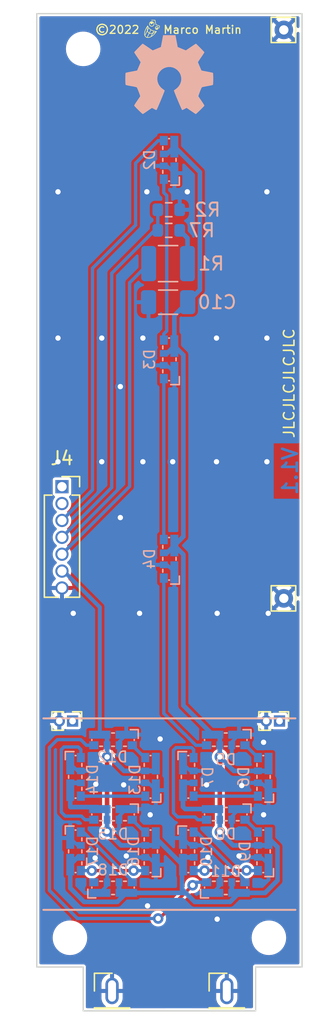
<source format=kicad_pcb>
(kicad_pcb (version 20211014) (generator pcbnew)
  (layers (0 "F.Cu" signal) (31 "B.Cu" signal) (34 "B.Paste" user) (35 "F.Paste" user) (36 "B.SilkS" user "B.Silkscreen") (37 "F.SilkS" user "F.Silkscreen") (38 "B.Mask" user) (39 "F.Mask" user) (44 "Edge.Cuts" user))
  (net 0 "")
  (net 1 "GND")
  (net 2 "+5V")
  (net 4 "GPIO14")
  (net 5 "Net-(D2-Pad4)")
  (net 6 "Net-(D10-Pad4)")
  (net 7 "Net-(D11-Pad4)")
  (net 8 "Net-(D7-Pad4)")
  (net 9 "Net-(D10-Pad2)")
  (net 10 "Net-(D14-Pad4)")
  (net 11 "Net-(D12-Pad4)")
  (net 12 "Net-(D13-Pad4)")
  (net 13 "Net-(D15-Pad4)")
  (net 14 "Net-(D16-Pad4)")
  (net 15 "Net-(D3-Pad4)")
  (net 16 "Net-(D5-Pad4)")
  (net 17 "Net-(D6-Pad4)")
  (net 18 "Net-(D8-Pad4)")
  (net 19 "Net-(D17-Pad4)")
  (net 20 "RX")
  (net 21 "TX")
  (net 22 "+3V3")
  (net 24 "ADC")
  (net 25 "Net-(R1-Pad2)")
  (net 27 "Net-(D4-Pad4)")
  (footprint "Connector_PinHeader_1.00mm:PinHeader_1x02_P1.00mm_Vertical" (layer "F.Cu") (at 32.7 83.2 -90)
    (fp_text reference "SW1" hide)
    (fp_text value "Reset")
  )
  (footprint "Connector_PinHeader_1.00mm:PinHeader_1x02_P1.00mm_Vertical" (layer "F.Cu") (at 48.3 83.2 -90)
    (fp_text reference "SW2" hide)
    (fp_text value "Flash")
  )
  (footprint "MountingHole:MountingHole_2.1mm" (layer "F.Cu") (at 32.5 99.5)
    (fp_text reference "REF**" hide)
    (fp_text value "MountingHole_2.1mm" hide)
  )
  (footprint "MountingHole:MountingHole_2.1mm" (layer "F.Cu") (at 47.5 99.5)
    (fp_text reference "REF**" hide)
    (fp_text value "MountingHole_2.1mm" hide)
  )
  (footprint "Connector_PinSocket_1.27mm:PinSocket_1x07_P1.27mm_Vertical" (layer "F.Cu") (at 31.9 65.575)
    (fp_text reference "J4")
    (fp_text value "Conn_01x08")
  )
  (footprint "MountingHole:MountingHole_2.1mm" (layer "F.Cu") (at 33.5 32.65)
    (fp_text reference "REF**" hide)
    (fp_text value "MountingHole_2.1mm" hide)
  )
  (footprint "Connector_PinHeader_2.54mm:PinHeader_1x01_P2.54mm_Vertical" (layer "F.Cu") (at 44.325 103.5)
    (fp_text reference "REF**" hide)
    (fp_text value "PinHeader_1x01_P2.54mm_Vertical" hide)
  )
  (footprint "Connector_Pin:Pin_D0.7mm_L6.5mm_W1.8mm_FlatFork" (layer "F.Cu") (at 48.625 31.225)
    (fp_text reference "J3" hide)
    (fp_text value "Conn_01x01_Male" hide)
  )
  (footprint "Connector_Pin:Pin_D0.7mm_L6.5mm_W1.8mm_FlatFork" (layer "F.Cu") (at 48.625 73.975)
    (fp_text reference "J2" hide)
    (fp_text value "Conn_01x01_Male" hide)
  )
  (footprint "Connector_PinHeader_2.54mm:PinHeader_1x01_P2.54mm_Vertical" (layer "F.Cu") (at 35.675 103.5)
    (fp_text reference "REF**" hide)
    (fp_text value "PinHeader_1x01_P2.54mm_Vertical" hide)
  )
  (footprint "espriktning:SK6812D-EC3210R" (layer "B.Cu") (at 40 41 90)
    (fp_text reference "D2")
    (fp_text value "SK6812")
  )
  (footprint "espriktning:SK6812D-EC3210R" (layer "B.Cu") (at 40 56 90)
    (fp_text reference "D3")
    (fp_text value "SK6812")
  )
  (footprint "espriktning:SK6812D-EC3210R" (layer "B.Cu") (at 40 71 90)
    (fp_text reference "D4")
    (fp_text value "SK6812")
  )
  (footprint "espriktning:SK6812D-EC3210R" (layer "B.Cu") (at 44.25 84.6 180)
    (fp_text reference "D5")
    (fp_text value "SK6812")
  )
  (footprint "espriktning:SK6812D-EC3210R" (layer "B.Cu") (at 47.1 87.4 90)
    (fp_text reference "D6")
    (fp_text value "SK6812")
  )
  (footprint "espriktning:SK6812D-EC3210R" (layer "B.Cu") (at 41.4 87.4 -90)
    (fp_text reference "D7")
    (fp_text value "SK6812")
  )
  (footprint "espriktning:SK6812D-EC3210R" (layer "B.Cu") (at 44.25 90.2 180)
    (fp_text reference "D8")
    (fp_text value "SK6812")
  )
  (footprint "espriktning:SK6812D-EC3210R" (layer "B.Cu") (at 47.1 93 90)
    (fp_text reference "D9")
    (fp_text value "SK6812")
  )
  (footprint "espriktning:SK6812D-EC3210R" (layer "B.Cu") (at 41.4 93 -90)
    (fp_text reference "D10")
    (fp_text value "SK6812")
  )
  (footprint "espriktning:SK6812D-EC3210R" (layer "B.Cu") (at 44.25 95.75)
    (fp_text reference "D11")
    (fp_text value "SK6812")
  )
  (footprint "espriktning:SK6812D-EC3210R" (layer "B.Cu") (at 35.75 84.6 180)
    (fp_text reference "D12")
    (fp_text value "SK6812")
  )
  (footprint "espriktning:SK6812D-EC3210R" (layer "B.Cu") (at 38.6 87.4 90)
    (fp_text reference "D13")
    (fp_text value "SK6812")
  )
  (footprint "espriktning:SK6812D-EC3210R" (layer "B.Cu") (at 32.9 87.4 -90)
    (fp_text reference "D14")
    (fp_text value "SK6812")
  )
  (footprint "espriktning:SK6812D-EC3210R" (layer "B.Cu") (at 35.75 90.2 180)
    (fp_text reference "D15")
    (fp_text value "SK6812")
  )
  (footprint "espriktning:SK6812D-EC3210R" (layer "B.Cu") (at 38.6 93 90)
    (fp_text reference "D16")
    (fp_text value "SK6812")
  )
  (footprint "espriktning:SK6812D-EC3210R" (layer "B.Cu") (at 32.9 93 -90)
    (fp_text reference "D17")
    (fp_text value "SK6812")
  )
  (footprint "espriktning:SK6812D-EC3210R" (layer "B.Cu") (at 35.75 95.75)
    (fp_text reference "D18")
    (fp_text value "SK6812")
  )
  (footprint "Resistor_SMD:R_0603_1608Metric" (layer "B.Cu") (at 39.95 46.3 180)
    (fp_text reference "R7")
    (fp_text value "12k")
  )
  (footprint "Symbol:OSHW-Symbol_6.7x6mm_SilkScreen" (layer "B.Cu") (at 40 34.6 180)
    (fp_text reference "REF**" hide)
    (fp_text value "OSHW-Symbol_6.7x6mm_SilkScreen" hide)
  )
  (footprint "Resistor_SMD:R_1210_3225Metric" (layer "B.Cu") (at 39.9 48.8)
    (fp_text reference "R1")
    (fp_text value "GT36528")
  )
  (footprint "Capacitor_SMD:C_1206_3216Metric" (layer "B.Cu") (at 39.9 51.7 180)
    (fp_text reference "C10")
    (fp_text value "10u")
  )
  (footprint "Resistor_SMD:R_0603_1608Metric" (layer "B.Cu") (at 39.95 44.75)
    (fp_text reference "R2")
    (fp_text value "12k")
  )
  (gr_line (start 30.5 83) (end 49.5 83) (layer "B.SilkS") (width 0.15))
  (gr_line (start 30.5 97.4) (end 49.5 97.4) (layer "B.SilkS") (width 0.15))
  (gr_line (start 39.077889 30.97625) (end 39.082922 30.977953) (layer "F.SilkS") (width 0.045155))
  (gr_line (start 38.570702 30.631891) (end 38.577758 30.627368) (layer "F.SilkS") (width 0.045155))
  (gr_line (start 38.421562 31.035774) (end 38.435849 31.056413) (layer "F.SilkS") (width 0.045155))
  (gr_line (start 38.667933 30.602191) (end 38.667933 30.602191) (layer "F.SilkS") (width 0.045155))
  (gr_line (start 38.13357 31.425056) (end 38.145937 31.364655) (layer "F.SilkS") (width 0.045155))
  (gr_line (start 38.969071 31.156316) (end 38.965484 31.152553) (layer "F.SilkS") (width 0.045155))
  (gr_line (start 38.499453 31.130985) (end 38.516947 31.147686) (layer "F.SilkS") (width 0.045155))
  (gr_line (start 38.790901 30.653126) (end 38.796659 30.659166) (layer "F.SilkS") (width 0.045155))
  (gr_line (start 38.422695 31.433409) (end 38.403462 31.414155) (layer "F.SilkS") (width 0.045155))
  (gr_line (start 38.127121 31.481294) (end 38.13357 31.425056) (layer "F.SilkS") (width 0.045155))
  (gr_line (start 38.650152 30.9491) (end 38.641449 30.947994) (layer "F.SilkS") (width 0.045155))
  (gr_line (start 38.563884 30.63674) (end 38.570702 30.631891) (layer "F.SilkS") (width 0.045155))
  (gr_line (start 38.943914 31.116961) (end 38.942211 31.111928) (layer "F.SilkS") (width 0.045155))
  (gr_line (start 38.497562 30.741047) (end 38.499504 30.732633) (layer "F.SilkS") (width 0.045155))
  (gr_line (start 39.013459 31.183175) (end 39.008425 31.181472) (layer "F.SilkS") (width 0.045155))
  (gr_line (start 39.153448 31.068636) (end 39.153866 31.074138) (layer "F.SilkS") (width 0.045155))
  (gr_line (start 38.499504 30.819556) (end 38.497562 30.811142) (layer "F.SilkS") (width 0.045155))
  (gr_line (start 38.676882 30.602418) (end 38.685713 30.603089) (layer "F.SilkS") (width 0.045155))
  (gr_line (start 38.958863 31.14453) (end 38.955842 31.140283) (layer "F.SilkS") (width 0.045155))
  (gr_line (start 38.937341 31.079713) (end 38.937341 31.079713) (layer "F.SilkS") (width 0.045155))
  (gr_line (start 38.807288 30.672045) (end 38.812136 30.678864) (layer "F.SilkS") (width 0.045155))
  (gr_line (start 38.17389 31.696803) (end 38.15493 31.662769) (layer "F.SilkS") (width 0.045155))
  (gr_line (start 38.494927 30.758314) (end 38.496033 30.749611) (layer "F.SilkS") (width 0.045155))
  (gr_line (start 38.608139 30.939445) (end 38.600242 30.936332) (layer "F.SilkS") (width 0.045155))
  (gr_line (start 38.403462 31.414155) (end 38.386188 31.391977) (layer "F.SilkS") (width 0.045155))
  (gr_line (start 38.634962 31.232409) (end 38.656766 31.24405) (layer "F.SilkS") (width 0.045155))
  (gr_line (start 39.022867 31.340568) (end 39.022867 31.340568) (layer "F.SilkS") (width 0.045155))
  (gr_line (start 38.910257 30.491007) (end 38.910257 30.491007) (layer "F.SilkS") (width 0.045155))
  (gr_line (start 38.608139 30.612744) (end 38.616219 30.61001) (layer "F.SilkS") (width 0.045155))
  (gr_line (start 38.496033 30.802578) (end 38.494927 30.793875) (layer "F.SilkS") (width 0.045155))
  (gr_line (start 39.003506 30.979893) (end 39.008425 30.977953) (layer "F.SilkS") (width 0.045155))
  (gr_line (start 38.58504 30.62318) (end 38.592538 30.61934) (layer "F.SilkS") (width 0.045155))
  (gr_line (start 38.557314 30.910287) (end 38.551004 30.904821) (layer "F.SilkS") (width 0.045155))
  (gr_line (start 38.676882 30.949772) (end 38.667933 30.949998) (layer "F.SilkS") (width 0.045155))
  (gr_line (start 38.15493 31.662769) (end 38.140495 31.624108) (layer "F.SilkS") (width 0.045155))
  (gr_line (start 38.82817 30.708404) (end 38.831284 30.716301) (layer "F.SilkS") (width 0.045155))
  (gr_line (start 38.528578 30.880144) (end 38.523729 30.873326) (layer "F.SilkS") (width 0.045155))
  (gr_line (start 38.544964 30.653126) (end 38.551004 30.647368) (layer "F.SilkS") (width 0.045155))
  (gr_line (start 39.012889 31.346269) (end 38.941962 31.388092) (layer "F.SilkS") (width 0.045155))
  (gr_line (start 38.743327 30.61934) (end 38.750825 30.62318) (layer "F.SilkS") (width 0.045155))
  (gr_line (start 38.85237 31.313615) (end 38.906994 31.324858) (layer "F.SilkS") (width 0.045155))
  (gr_line (start 39.013459 30.97625) (end 39.0186 30.97479) (layer "F.SilkS") (width 0.045155))
  (gr_line (start 39.135505 31.140283) (end 39.132485 31.14453) (layer "F.SilkS") (width 0.045155))
  (gr_line (start 38.836361 30.732633) (end 38.838303 30.741047) (layer "F.SilkS") (width 0.045155))
  (gr_line (start 39.149137 31.111928) (end 39.147433 31.116961) (layer "F.SilkS") (width 0.045155))
  (gr_line (start 38.802125 30.665476) (end 38.807288 30.672045) (layer "F.SilkS") (width 0.045155))
  (gr_line (start 38.758215 31.635336) (end 38.705194 31.67585) (layer "F.SilkS") (width 0.045155))
  (gr_line (start 38.945854 31.121881) (end 38.943914 31.116961) (layer "F.SilkS") (width 0.045155))
  (gr_line (start 38.994036 30.984455) (end 38.998707 30.982062) (layer "F.SilkS") (width 0.045155))
  (gr_line (start 38.409862 31.797667) (end 38.36704 31.798628) (layer "F.SilkS") (width 0.045155))
  (gr_line (start 39.092641 30.982062) (end 39.097312 30.984455) (layer "F.SilkS") (width 0.045155))
  (gr_line (start 38.632885 30.946465) (end 38.624472 30.944523) (layer "F.SilkS") (width 0.045155))
  (gr_line (start 38.260165 31.083296) (end 38.306306 31.003481) (layer "F.SilkS") (width 0.045155))
  (gr_line (start 39.045674 31.188046) (end 39.045674 31.188046) (layer "F.SilkS") (width 0.045155))
  (gr_line (start 38.941962 31.388092) (end 38.870888 31.423777) (layer "F.SilkS") (width 0.045155))
  (gr_line (start 38.33183 31.099991) (end 38.337178 31.048014) (layer "F.SilkS") (width 0.045155))
  (gr_line (start 38.698383 31.482083) (end 38.665657 31.487828) (layer "F.SilkS") (width 0.045155))
  (gr_line (start 39.040099 30.97152) (end 39.045674 30.97138) (layer "F.SilkS") (width 0.045155))
  (gr_line (start 38.224266 31.750617) (end 38.197095 31.726117) (layer "F.SilkS") (width 0.045155))
  (gr_line (start 38.989499 31.172362) (end 38.985104 31.169544) (layer "F.SilkS") (width 0.045155))
  (gr_line (start 39.138323 31.023538) (end 39.140932 31.028075) (layer "F.SilkS") (width 0.045155))
  (gr_line (start 39.122277 31.156316) (end 39.118515 31.159903) (layer "F.SilkS") (width 0.045155))
  (gr_line (start 38.338901 31.272471) (end 38.333086 31.23451) (layer "F.SilkS") (width 0.045155))
  (gr_line (start 38.650152 30.603089) (end 38.658984 30.602418) (layer "F.SilkS") (width 0.045155))
  (gr_line (start 39.256638 30.928616) (end 39.238108 31.088265) (layer "F.SilkS") (width 0.045155))
  (gr_line (start 38.989499 30.987063) (end 38.994036 30.984455) (layer "F.SilkS") (width 0.045155))
  (gr_line (start 39.087842 31.179532) (end 39.082922 31.181472) (layer "F.SilkS") (width 0.045155))
  (gr_line (start 38.940751 31.106787) (end 38.939542 31.101546) (layer "F.SilkS") (width 0.045155))
  (gr_line (start 38.980856 30.992901) (end 38.985104 30.989881) (layer "F.SilkS") (width 0.045155))
  (gr_line (start 38.824687 30.851489) (end 38.820847 30.858987) (layer "F.SilkS") (width 0.045155))
  (gr_line (start 39.05675 31.187487) (end 39.051249 31.187905) (layer "F.SilkS") (width 0.045155))
  (gr_line (start 38.955842 31.019143) (end 38.958863 31.014895) (layer "F.SilkS") (width 0.045155))
  (gr_line (start 39.125864 31.152553) (end 39.122277 31.156316) (layer "F.SilkS") (width 0.045155))
  (gr_line (start 38.550971 31.762185) (end 38.502106 31.779539) (layer "F.SilkS") (width 0.045155))
  (gr_line (start 38.164502 31.300186) (end 38.189542 31.231741) (layer "F.SilkS") (width 0.045155))
  (gr_line (start 38.515019 30.693202) (end 38.519206 30.685919) (layer "F.SilkS") (width 0.045155))
  (gr_line (start 39.106244 30.989881) (end 39.110491 30.992901) (layer "F.SilkS") (width 0.045155))
  (gr_line (start 39.143324 31.12668) (end 39.140932 31.131351) (layer "F.SilkS") (width 0.045155))
  (gr_line (start 39.114584 31.163308) (end 39.110491 31.166524) (layer "F.SilkS") (width 0.045155))
  (gr_line (start 38.9379 31.068636) (end 38.938589 31.063215) (layer "F.SilkS") (width 0.045155))
  (gr_line (start 39.023841 31.185845) (end 39.0186 31.184635) (layer "F.SilkS") (width 0.045155))
  (gr_line (start 38.435849 31.056413) (end 38.450785 31.076243) (layer "F.SilkS") (width 0.045155))
  (gr_line (start 39.029176 31.186798) (end 39.023841 31.185845) (layer "F.SilkS") (width 0.045155))
  (gr_line (start 38.771982 30.915449) (end 38.765164 30.920298) (layer "F.SilkS") (width 0.045155))
  (gr_line (start 38.511178 30.851489) (end 38.507696 30.843786) (layer "F.SilkS") (width 0.045155))
  (gr_line (start 38.34723 31.30712) (end 38.338901 31.272471) (layer "F.SilkS") (width 0.045155))
  (gr_line (start 39.077889 31.183175) (end 39.072748 31.184635) (layer "F.SilkS") (width 0.045155))
  (gr_line (start 38.812136 30.678864) (end 38.816659 30.685919) (layer "F.SilkS") (width 0.045155))
  (gr_line (start 38.58504 30.929009) (end 38.577758 30.924821) (layer "F.SilkS") (width 0.045155))
  (gr_line (start 38.84161 30.785044) (end 38.840938 30.793875) (layer "F.SilkS") (width 0.045155))
  (gr_line (start 38.386188 31.391977) (end 38.370984 31.366796) (layer "F.SilkS") (width 0.045155))
  (gr_line (start 39.110491 31.166524) (end 39.106244 31.169544) (layer "F.SilkS") (width 0.045155))
  (gr_line (start 38.831284 30.716301) (end 38.834018 30.724381) (layer "F.SilkS") (width 0.045155))
  (gr_line (start 39.092641 31.177363) (end 39.087842 31.179532) (layer "F.SilkS") (width 0.045155))
  (gr_line (start 38.727727 30.939445) (end 38.719646 30.942179) (layer "F.SilkS") (width 0.045155))
  (gr_line (start 39.101848 30.987063) (end 39.106244 30.989881) (layer "F.SilkS") (width 0.045155))
  (gr_line (start 38.819029 31.312059) (end 38.608064 31.733989) (layer "F.SilkS") (width 0.045155))
  (gr_line (start 38.577758 30.924821) (end 38.570702 30.920298) (layer "F.SilkS") (width 0.045155))
  (gr_line (start 38.834018 30.724381) (end 38.836361 30.732633) (layer "F.SilkS") (width 0.045155))
  (gr_line (start 39.023841 30.97358) (end 39.029176 30.972628) (layer "F.SilkS") (width 0.045155))
  (gr_line (start 39.067507 30.97358) (end 39.072748 30.97479) (layer "F.SilkS") (width 0.045155))
  (gr_line (start 38.655104 30.488156) (end 38.910257 30.491007) (layer "F.SilkS") (width 0.045155))
  (gr_line (start 38.942211 31.111928) (end 38.940751 31.106787) (layer "F.SilkS") (width 0.045155))
  (gr_line (start 38.980856 31.166524) (end 38.976764 31.163308) (layer "F.SilkS") (width 0.045155))
  (gr_line (start 38.326791 31.79431) (end 38.289393 31.784807) (layer "F.SilkS") (width 0.045155))
  (gr_line (start 38.950416 31.131351) (end 38.948023 31.12668) (layer "F.SilkS") (width 0.045155))
  (gr_line (start 38.963838 31.333813) (end 39.022867 31.340568) (layer "F.SilkS") (width 0.045155))
  (gr_line (start 38.725749 31.274938) (end 38.74992 31.283925) (layer "F.SilkS") (width 0.045155))
  (gr_line (start 38.758108 30.924821) (end 38.750825 30.929009) (layer "F.SilkS") (width 0.045155))
  (gr_line (start 39.153448 31.090789) (end 39.152759 31.096211) (layer "F.SilkS") (width 0.045155))
  (gr_line (start 38.641449 30.947994) (end 38.632885 30.946465) (layer "F.SilkS") (width 0.045155))
  (gr_line (start 38.802125 30.886713) (end 38.796659 30.893023) (layer "F.SilkS") (width 0.045155))
  (gr_line (start 38.750825 30.929009) (end 38.743327 30.932849) (layer "F.SilkS") (width 0.045155))
  (gr_line (start 38.370984 31.366796) (end 38.357961 31.338536) (layer "F.SilkS") (width 0.045155))
  (gr_line (start 38.834018 30.827808) (end 38.831284 30.835888) (layer "F.SilkS") (width 0.045155))
  (gr_line (start 38.836361 30.819556) (end 38.834018 30.827808) (layer "F.SilkS") (width 0.045155))
  (gr_line (start 39.154007 31.079713) (end 39.153866 31.085287) (layer "F.SilkS") (width 0.045155))
  (gr_line (start 38.945854 31.037544) (end 38.948023 31.032746) (layer "F.SilkS") (width 0.045155))
  (gr_line (start 38.507696 30.708404) (end 38.511178 30.7007) (layer "F.SilkS") (width 0.045155))
  (gr_line (start 38.796659 30.893023) (end 38.790901 30.899063) (layer "F.SilkS") (width 0.045155))
  (gr_line (start 38.937341 31.079713) (end 38.937482 31.074138) (layer "F.SilkS") (width 0.045155))
  (gr_line (start 39.05675 30.971939) (end 39.062172 30.972628) (layer "F.SilkS") (width 0.045155))
  (gr_line (start 38.735624 30.615857) (end 38.743327 30.61934) (layer "F.SilkS") (width 0.045155))
  (gr_line (start 38.517 31.482723) (end 38.49104 31.474395) (layer "F.SilkS") (width 0.045155))
  (gr_line (start 39.143324 31.032746) (end 39.145494 31.037544) (layer "F.SilkS") (width 0.045155))
  (gr_line (start 38.221337 31.159413) (end 38.260165 31.083296) (layer "F.SilkS") (width 0.045155))
  (gr_line (start 38.743327 30.932849) (end 38.735624 30.936332) (layer "F.SilkS") (width 0.045155))
  (gr_line (start 38.652794 31.710434) (end 38.601294 31.739181) (layer "F.SilkS") (width 0.045155))
  (gr_line (start 38.731849 31.474263) (end 38.698383 31.482083) (layer "F.SilkS") (width 0.045155))
  (gr_line (start 38.998707 30.982062) (end 39.003506 30.979893) (layer "F.SilkS") (width 0.045155))
  (gr_line (start 38.976764 30.996118) (end 38.980856 30.992901) (layer "F.SilkS") (width 0.045155))
  (gr_line (start 38.658984 30.602418) (end 38.667933 30.602191) (layer "F.SilkS") (width 0.045155))
  (gr_line (start 38.633782 31.49142) (end 38.602867 31.492783) (layer "F.SilkS") (width 0.045155))
  (gr_line (start 39.129269 31.148623) (end 39.125864 31.152553) (layer "F.SilkS") (width 0.045155))
  (gr_line (start 38.937482 31.085287) (end 38.937341 31.079713) (layer "F.SilkS") (width 0.045155))
  (gr_line (start 39.118515 31.159903) (end 39.114584 31.163308) (layer "F.SilkS") (width 0.045155))
  (gr_line (start 39.045674 30.97138) (end 39.045674 30.97138) (layer "F.SilkS") (width 0.045155))
  (gr_line (start 38.800555 31.452707) (end 38.765943 31.464445) (layer "F.SilkS") (width 0.045155))
  (gr_line (start 38.950416 31.028075) (end 38.953024 31.023538) (layer "F.SilkS") (width 0.045155))
  (gr_line (start 39.097312 30.984455) (end 39.101848 30.987063) (layer "F.SilkS") (width 0.045155))
  (gr_line (start 39.132485 31.14453) (end 39.129269 31.148623) (layer "F.SilkS") (width 0.045155))
  (gr_line (start 38.70298 30.946465) (end 38.694416 30.947994) (layer "F.SilkS") (width 0.045155))
  (gr_line (start 38.955842 31.140283) (end 38.953024 31.135887) (layer "F.SilkS") (width 0.045155))
  (gr_line (start 38.357961 31.338536) (end 38.34723 31.30712) (layer "F.SilkS") (width 0.045155))
  (gr_line (start 38.74992 31.283925) (end 38.8 31.3) (layer "F.SilkS") (width 0.045155))
  (gr_line (start 38.466367 31.095274) (end 38.482591 31.113518) (layer "F.SilkS") (width 0.045155))
  (gr_line (start 38.667933 30.949998) (end 38.658984 30.949772) (layer "F.SilkS") (width 0.045155))
  (gr_line (start 38.551004 30.904821) (end 38.544964 30.899063) (layer "F.SilkS") (width 0.045155))
  (gr_line (start 38.758108 30.627368) (end 38.765164 30.631891) (layer "F.SilkS") (width 0.045155))
  (gr_line (start 39.101848 31.172362) (end 39.097312 31.174971) (layer "F.SilkS") (width 0.045155))
  (gr_line (start 38.840938 30.793875) (end 38.839832 30.802578) (layer "F.SilkS") (width 0.045155))
  (gr_line (start 39.034597 31.187487) (end 39.029176 31.186798) (layer "F.SilkS") (width 0.045155))
  (gr_line (start 38.255126 31.770212) (end 38.224266 31.750617) (layer "F.SilkS") (width 0.045155))
  (gr_line (start 38.938589 31.063215) (end 38.939542 31.05788) (layer "F.SilkS") (width 0.045155))
  (gr_line (start 39.153866 31.074138) (end 39.154007 31.079713) (layer "F.SilkS") (width 0.045155))
  (gr_line (start 38.985104 30.989881) (end 38.989499 30.987063) (layer "F.SilkS") (width 0.045155))
  (gr_line (start 38.711394 30.944523) (end 38.70298 30.946465) (layer "F.SilkS") (width 0.045155))
  (gr_line (start 38.679168 31.255011) (end 38.702163 31.265304) (layer "F.SilkS") (width 0.045155))
  (gr_line (start 38.962079 31.010803) (end 38.965484 31.006872) (layer "F.SilkS") (width 0.045155))
  (gr_line (start 39.051249 31.187905) (end 39.045674 31.188046) (layer "F.SilkS") (width 0.045155))
  (gr_line (start 39.0186 30.97479) (end 39.023841 30.97358) (layer "F.SilkS") (width 0.045155))
  (gr_line (start 38.702163 31.265304) (end 38.725749 31.274938) (layer "F.SilkS") (width 0.045155))
  (gr_line (start 38.906994 31.324858) (end 38.963838 31.333813) (layer "F.SilkS") (width 0.045155))
  (gr_line (start 38.360038 30.920064) (end 38.360038 30.920064) (layer "F.SilkS") (width 0.045155))
  (gr_line (start 38.958863 31.014895) (end 38.962079 31.010803) (layer "F.SilkS") (width 0.045155))
  (gr_line (start 39.051249 30.97152) (end 39.05675 30.971939) (layer "F.SilkS") (width 0.045155))
  (gr_line (start 38.632885 30.605724) (end 38.641449 30.604195) (layer "F.SilkS") (width 0.045155))
  (gr_line (start 38.557314 30.641902) (end 38.563884 30.63674) (layer "F.SilkS") (width 0.045155))
  (gr_line (start 38.840938 30.758314) (end 38.84161 30.767146) (layer "F.SilkS") (width 0.045155))
  (gr_line (start 38.515019 30.858987) (end 38.511178 30.851489) (layer "F.SilkS") (width 0.045155))
  (gr_line (start 39.045674 30.97138) (end 39.051249 30.97152) (layer "F.SilkS") (width 0.045155))
  (gr_line (start 38.494927 30.793875) (end 38.494256 30.785044) (layer "F.SilkS") (width 0.045155))
  (gr_line (start 38.553817 31.178833) (end 38.573184 31.1933) (layer "F.SilkS") (width 0.045155))
  (gr_line (start 38.439863 31.069735) (end 38.151924 31.634208) (layer "F.SilkS") (width 0.045155))
  (gr_line (start 38.450785 31.076243) (end 38.466367 31.095274) (layer "F.SilkS") (width 0.045155))
  (gr_line (start 38.494256 30.767146) (end 38.494927 30.758314) (layer "F.SilkS") (width 0.045155))
  (gr_line (start 38.841836 30.776095) (end 38.841836 30.776095) (layer "F.SilkS") (width 0.045155))
  (gr_line (start 38.523729 30.873326) (end 38.519206 30.86627) (layer "F.SilkS") (width 0.045155))
  (gr_line (start 38.502106 31.779539) (end 38.454976 31.791335) (layer "F.SilkS") (width 0.045155))
  (gr_line (start 38.727727 30.612744) (end 38.735624 30.615857) (layer "F.SilkS") (width 0.045155))
  (gr_line (start 38.969071 31.00311) (end 38.972833 30.999522) (layer "F.SilkS") (width 0.045155))
  (gr_line (start 39.067507 31.185845) (end 39.062172 31.186798) (layer "F.SilkS") (width 0.045155))
  (gr_line (start 38.140495 31.624108) (end 38.130862 31.580914) (layer "F.SilkS") (width 0.045155))
  (gr_line (start 38.765943 31.464445) (end 38.731849 31.474263) (layer "F.SilkS") (width 0.045155))
  (gr_line (start 38.939542 31.101546) (end 38.938589 31.096211) (layer "F.SilkS") (width 0.045155))
  (gr_line (start 38.494029 30.776095) (end 38.494029 30.776095) (layer "F.SilkS") (width 0.045155))
  (gr_line (start 38.778551 30.641902) (end 38.784861 30.647368) (layer "F.SilkS") (width 0.045155))
  (gr_line (start 39.150596 31.052638) (end 39.151806 31.05788) (layer "F.SilkS") (width 0.045155))
  (gr_line (start 38.511178 30.7007) (end 38.515019 30.693202) (layer "F.SilkS") (width 0.045155))
  (gr_line (start 39.008425 30.977953) (end 39.013459 30.97625) (layer "F.SilkS") (width 0.045155))
  (gr_line (start 38.918211 31.477287) (end 38.865002 31.536148) (layer "F.SilkS") (width 0.045155))
  (gr_line (start 38.504582 30.716301) (end 38.507696 30.708404) (layer "F.SilkS") (width 0.045155))
  (gr_line (start 38.454976 31.791335) (end 38.409862 31.797667) (layer "F.SilkS") (width 0.045155))
  (gr_line (start 38.811577 31.5888) (end 38.758215 31.635336) (layer "F.SilkS") (width 0.045155))
  (gr_line (start 38.994036 31.174971) (end 38.989499 31.172362) (layer "F.SilkS") (width 0.045155))
  (gr_line (start 38.624472 30.944523) (end 38.616219 30.942179) (layer "F.SilkS") (width 0.045155))
  (gr_line (start 39.062172 30.972628) (end 39.067507 30.97358) (layer "F.SilkS") (width 0.045155))
  (gr_line (start 39.029176 30.972628) (end 39.034597 30.971939) (layer "F.SilkS") (width 0.045155))
  (gr_line (start 38.360038 30.920064) (end 38.371008 30.944911) (layer "F.SilkS") (width 0.045155))
  (gr_line (start 38.765164 30.920298) (end 38.758108 30.924821) (layer "F.SilkS") (width 0.045155))
  (gr_line (start 39.256638 30.928616) (end 39.256638 30.928616) (layer "F.SilkS") (width 0.045155))
  (gr_line (start 38.53374 30.886713) (end 38.528578 30.880144) (layer "F.SilkS") (width 0.045155))
  (gr_line (start 38.685713 30.603089) (end 38.694416 30.604195) (layer "F.SilkS") (width 0.045155))
  (gr_line (start 39.153866 31.085287) (end 39.153448 31.090789) (layer "F.SilkS") (width 0.045155))
  (gr_line (start 39.118515 30.999522) (end 39.122277 31.00311) (layer "F.SilkS") (width 0.045155))
  (gr_line (start 38.394959 30.992026) (end 38.407931 31.014315) (layer "F.SilkS") (width 0.045155))
  (gr_line (start 38.831284 30.835888) (end 38.82817 30.843786) (layer "F.SilkS") (width 0.045155))
  (gr_line (start 38.494029 30.776095) (end 38.494256 30.767146) (layer "F.SilkS") (width 0.045155))
  (gr_line (start 39.135505 31.019143) (end 39.138323 31.023538) (layer "F.SilkS") (width 0.045155))
  (gr_line (start 38.443776 31.449816) (end 38.422695 31.433409) (layer "F.SilkS") (width 0.045155))
  (gr_line (start 38.602363 31.226533) (end 38.314424 31.791006) (layer "F.SilkS") (width 0.045155))
  (gr_line (start 38.482591 31.113518) (end 38.499453 31.130985) (layer "F.SilkS") (width 0.045155))
  (gr_line (start 39.145494 31.037544) (end 39.147433 31.042464) (layer "F.SilkS") (width 0.045155))
  (gr_line (start 38.528578 30.672045) (end 38.53374 30.665476) (layer "F.SilkS") (width 0.045155))
  (gr_line (start 38.600242 30.615857) (end 38.608139 30.612744) (layer "F.SilkS") (width 0.045155))
  (gr_line (start 39.154007 31.079713) (end 39.154007 31.079713) (layer "F.SilkS") (width 0.045155))
  (gr_line (start 38.577758 30.627368) (end 38.58504 30.62318) (layer "F.SilkS") (width 0.045155))
  (gr_line (start 38.694416 30.604195) (end 38.70298 30.605724) (layer "F.SilkS") (width 0.045155))
  (gr_line (start 38.289393 31.784807) (end 38.255126 31.770212) (layer "F.SilkS") (width 0.045155))
  (gr_line (start 38.656766 31.24405) (end 38.679168 31.255011) (layer "F.SilkS") (width 0.045155))
  (gr_line (start 38.965484 31.006872) (end 38.969071 31.00311) (layer "F.SilkS") (width 0.045155))
  (gr_line (start 38.838303 30.741047) (end 38.839832 30.749611) (layer "F.SilkS") (width 0.045155))
  (gr_line (start 39.150596 31.106787) (end 39.149137 31.111928) (layer "F.SilkS") (width 0.045155))
  (gr_line (start 38.962079 31.148623) (end 38.958863 31.14453) (layer "F.SilkS") (width 0.045155))
  (gr_poly (pts (xy 38.736354 30.687717) (xy 38.73625 30.691825) (xy 38.735942 30.695879) (xy 38.735434 30.699874) (xy 38.734732 30.703805) (xy 38.733841 30.707667) (xy 38.732765 30.711455) (xy 38.73151 30.715164) (xy 38.730081 30.718789) (xy 38.728482 30.722325) (xy 38.726719 30.725767) (xy 38.724797 30.729109) (xy 38.722721 30.732348) (xy 38.720495 30.735478) (xy 38.718126 30.738493) (xy 38.715617 30.74139) (xy 38.712974 30.744162) (xy 38.710201 30.746805) (xy 38.707305 30.749314) (xy 38.70429 30.751684) (xy 38.70116 30.753909) (xy 38.697921 30.755985) (xy 38.694578 30.757908) (xy 38.691136 30.75967) (xy 38.687601 30.761269) (xy 38.683976 30.762698) (xy 38.680267 30.763953) (xy 38.676479 30.765029) (xy 38.672617 30.76592) (xy 38.668686 30.766622) (xy 38.664691 30.76713) (xy 38.660637 30.767438) (xy 38.656529 30.767542) (xy 38.652422 30.767438) (xy 38.648368 30.76713) (xy 38.644373 30.766622) (xy 38.640442 30.76592) (xy 38.63658 30.765029) (xy 38.632792 30.763953) (xy 38.629083 30.762698) (xy 38.625458 30.761269) (xy 38.621922 30.75967) (xy 38.61848 30.757908) (xy 38.615137 30.755985) (xy 38.611899 30.753909) (xy 38.608769 30.751684) (xy 38.605754 30.749314) (xy 38.602857 30.746805) (xy 38.600085 30.744162) (xy 38.597442 30.74139) (xy 38.594933 30.738493) (xy 38.592563 30.735478) (xy 38.590338 30.732348) (xy 38.588261 30.729109) (xy 38.586339 30.725767) (xy 38.584576 30.722325) (xy 38.582978 30.718789) (xy 38.581549 30.715164) (xy 38.580294 30.711455) (xy 38.579218 30.707667) (xy 38.578327 30.703805) (xy 38.577625 30.699874) (xy 38.577117 30.695879) (xy 38.576809 30.691825) (xy 38.576705 30.687717) (xy 38.576809 30.68361) (xy 38.577117 30.679556) (xy 38.577625 30.675561) (xy 38.578327 30.67163) (xy 38.579218 30.667768) (xy 38.580294 30.66398) (xy 38.581549 30.660271) (xy 38.582978 30.656646) (xy 38.584576 30.65311) (xy 38.586339 30.649668) (xy 38.588261 30.646326) (xy 38.590338 30.643087) (xy 38.592563 30.639957) (xy 38.594933 30.636942) (xy 38.597442 30.634045) (xy 38.600085 30.631273) (xy 38.602857 30.62863) (xy 38.605754 30.626121) (xy 38.608769 30.623751) (xy 38.611899 30.621526) (xy 38.615137 30.619449) (xy 38.61848 30.617527) (xy 38.621922 30.615765) (xy 38.625458 30.614166) (xy 38.629083 30.612737) (xy 38.632792 30.611482) (xy 38.63658 30.610406) (xy 38.640442 30.609515) (xy 38.644373 30.608813) (xy 38.648368 30.608305) (xy 38.652422 30.607997) (xy 38.656529 30.607893) (xy 38.660637 30.607997) (xy 38.664691 30.608305) (xy 38.668686 30.608813) (xy 38.672617 30.609515) (xy 38.676479 30.610406) (xy 38.680267 30.611482) (xy 38.683976 30.612737) (xy 38.687601 30.614166) (xy 38.691136 30.615765) (xy 38.694578 30.617527) (xy 38.697921 30.619449) (xy 38.70116 30.621526) (xy 38.70429 30.623751) (xy 38.707305 30.626121) (xy 38.710201 30.62863) (xy 38.712974 30.631273) (xy 38.715617 30.634045) (xy 38.718126 30.636942) (xy 38.720495 30.639957) (xy 38.722721 30.643087) (xy 38.724797 30.646326) (xy 38.726719 30.649668) (xy 38.728482 30.65311) (xy 38.730081 30.656646) (xy 38.73151 30.660271) (xy 38.732765 30.66398) (xy 38.733841 30.667768) (xy 38.734732 30.67163) (xy 38.735434 30.675561) (xy 38.735942 30.679556) (xy 38.73625 30.68361) (xy 38.736354 30.687717)) (layer "F.SilkS") (width 0.045155) (fill solid))
  (gr_line (start 39.022867 31.340568) (end 38.970926 31.412125) (layer "F.SilkS") (width 0.045155))
  (gr_line (start 38.570702 30.920298) (end 38.563884 30.915449) (layer "F.SilkS") (width 0.045155))
  (gr_line (start 38.82817 30.843786) (end 38.824687 30.851489) (layer "F.SilkS") (width 0.045155))
  (gr_line (start 39.062172 31.186798) (end 39.05675 31.187487) (layer "F.SilkS") (width 0.045155))
  (gr_line (start 38.816659 30.685919) (end 38.820847 30.693202) (layer "F.SilkS") (width 0.045155))
  (gr_line (start 38.665657 31.487828) (end 38.633782 31.49142) (layer "F.SilkS") (width 0.045155))
  (gr_line (start 38.551004 30.647368) (end 38.557314 30.641902) (layer "F.SilkS") (width 0.045155))
  (gr_line (start 38.306306 31.003481) (end 38.360038 30.920064) (layer "F.SilkS") (width 0.045155))
  (gr_line (start 38.519206 30.685919) (end 38.523729 30.678864) (layer "F.SilkS") (width 0.045155))
  (gr_line (start 39.110491 30.992901) (end 39.114584 30.996118) (layer "F.SilkS") (width 0.045155))
  (gr_line (start 38.838303 30.811142) (end 38.836361 30.819556) (layer "F.SilkS") (width 0.045155))
  (gr_line (start 39.082922 30.977953) (end 39.087842 30.979893) (layer "F.SilkS") (width 0.045155))
  (gr_line (start 38.616219 30.61001) (end 38.624472 30.607666) (layer "F.SilkS") (width 0.045155))
  (gr_line (start 38.667933 30.949998) (end 38.667933 30.949998) (layer "F.SilkS") (width 0.045155))
  (gr_line (start 38.820847 30.693202) (end 38.824687 30.7007) (layer "F.SilkS") (width 0.045155))
  (gr_line (start 39.125864 31.006872) (end 39.129269 31.010803) (layer "F.SilkS") (width 0.045155))
  (gr_line (start 38.943914 31.042464) (end 38.945854 31.037544) (layer "F.SilkS") (width 0.045155))
  (gr_line (start 38.494256 30.785044) (end 38.494029 30.776095) (layer "F.SilkS") (width 0.045155))
  (gr_line (start 38.539206 30.893023) (end 38.53374 30.886713) (layer "F.SilkS") (width 0.045155))
  (gr_line (start 38.972833 31.159903) (end 38.969071 31.156316) (layer "F.SilkS") (width 0.045155))
  (gr_line (start 38.816659 30.86627) (end 38.812136 30.873326) (layer "F.SilkS") (width 0.045155))
  (gr_line (start 38.778551 30.910287) (end 38.771982 30.915449) (layer "F.SilkS") (width 0.045155))
  (gr_line (start 38.953024 31.135887) (end 38.950416 31.131351) (layer "F.SilkS") (width 0.045155))
  (gr_line (start 38.750825 30.62318) (end 38.758108 30.627368) (layer "F.SilkS") (width 0.045155))
  (gr_line (start 38.812136 30.873326) (end 38.807288 30.880144) (layer "F.SilkS") (width 0.045155))
  (gr_line (start 38.865002 31.536148) (end 38.811577 31.5888) (layer "F.SilkS") (width 0.045155))
  (gr_line (start 38.719646 30.61001) (end 38.727727 30.612744) (layer "F.SilkS") (width 0.045155))
  (gr_line (start 39.149137 31.047498) (end 39.150596 31.052638) (layer "F.SilkS") (width 0.045155))
  (gr_line (start 38.382649 30.968894) (end 38.394959 30.992026) (layer "F.SilkS") (width 0.045155))
  (gr_poly (pts (xy 39.003051 31.134767) (xy 39.003116 31.132208) (xy 39.003308 31.129683) (xy 39.003624 31.127194) (xy 39.004061 31.124746) (xy 39.004616 31.12234) (xy 39.005286 31.11998) (xy 39.006068 31.11767) (xy 39.006959 31.115411) (xy 39.007954 31.113209) (xy 39.009053 31.111065) (xy 39.01025 31.108982) (xy 39.011543 31.106965) (xy 39.01293 31.105015) (xy 39.014406 31.103137) (xy 39.015969 31.101332) (xy 39.017615 31.099605) (xy 39.019342 31.097959) (xy 39.021147 31.096396) (xy 39.023025 31.09492) (xy 39.024975 31.093533) (xy 39.026992 31.09224) (xy 39.029075 31.091042) (xy 39.031219 31.089944) (xy 39.033422 31.088948) (xy 39.03568 31.088058) (xy 39.03799 31.087276) (xy 39.04035 31.086606) (xy 39.042756 31.086051) (xy 39.045205 31.085614) (xy 39.047693 31.085297) (xy 39.050219 31.085105) (xy 39.052777 31.085041) (xy 39.055336 31.085105) (xy 39.057862 31.085297) (xy 39.06035 31.085614) (xy 39.062799 31.086051) (xy 39.065205 31.086606) (xy 39.067565 31.087276) (xy 39.069875 31.088058) (xy 39.072133 31.088948) (xy 39.074336 31.089944) (xy 39.07648 31.091042) (xy 39.078563 31.09224) (xy 39.08058 31.093533) (xy 39.08253 31.09492) (xy 39.084408 31.096396) (xy 39.086213 31.097959) (xy 39.08794 31.099605) (xy 39.089586 31.101332) (xy 39.091149 31.103137) (xy 39.092625 31.105015) (xy 39.094012 31.106965) (xy 39.095305 31.108982) (xy 39.096502 31.111065) (xy 39.097601 31.113209) (xy 39.098596 31.115411) (xy 39.099487 31.11767) (xy 39.100269 31.11998) (xy 39.100939 31.12234) (xy 39.101494 31.124746) (xy 39.101931 31.127194) (xy 39.102247 31.129683) (xy 39.102439 31.132208) (xy 39.102504 31.134767) (xy 39.102439 31.137326) (xy 39.102247 31.139852) (xy 39.101931 31.14234) (xy 39.101494 31.144789) (xy 39.100939 31.147195) (xy 39.100269 31.149554) (xy 39.099487 31.151865) (xy 39.098596 31.154123) (xy 39.097601 31.156326) (xy 39.096502 31.15847) (xy 39.095305 31.160552) (xy 39.094012 31.16257) (xy 39.092625 31.16452) (xy 39.091149 31.166398) (xy 39.089586 31.168202) (xy 39.08794 31.169929) (xy 39.086213 31.171576) (xy 39.084408 31.173139) (xy 39.08253 31.174615) (xy 39.08058 31.176001) (xy 39.078563 31.177295) (xy 39.07648 31.178492) (xy 39.074336 31.17959) (xy 39.072133 31.180586) (xy 39.069875 31.181477) (xy 39.067565 31.182258) (xy 39.065205 31.182928) (xy 39.062799 31.183484) (xy 39.06035 31.183921) (xy 39.057862 31.184237) (xy 39.055336 31.184429) (xy 39.052777 31.184494) (xy 39.050219 31.184429) (xy 39.047693 31.184237) (xy 39.045205 31.183921) (xy 39.042756 31.183484) (xy 39.04035 31.182928) (xy 39.03799 31.182258) (xy 39.03568 31.181477) (xy 39.033422 31.180586) (xy 39.031219 31.17959) (xy 39.029075 31.178492) (xy 39.026992 31.177295) (xy 39.024975 31.176001) (xy 39.023025 31.174615) (xy 39.021147 31.173139) (xy 39.019342 31.171576) (xy 39.017615 31.169929) (xy 39.015969 31.168202) (xy 39.014406 31.166398) (xy 39.01293 31.16452) (xy 39.011543 31.16257) (xy 39.01025 31.160552) (xy 39.009053 31.15847) (xy 39.007954 31.156326) (xy 39.006959 31.154123) (xy 39.006068 31.151865) (xy 39.005286 31.149554) (xy 39.004616 31.147195) (xy 39.004061 31.144789) (xy 39.003624 31.14234) (xy 39.003308 31.139852) (xy 39.003116 31.137326) (xy 39.003051 31.134767)) (layer "F.SilkS") (width 0.045155) (fill solid))
  (gr_line (start 38.497562 30.811142) (end 38.496033 30.802578) (layer "F.SilkS") (width 0.045155))
  (gr_line (start 38.501848 30.724381) (end 38.504582 30.716301) (layer "F.SilkS") (width 0.045155))
  (gr_line (start 38.613761 31.220078) (end 38.634962 31.232409) (layer "F.SilkS") (width 0.045155))
  (gr_line (start 38.953024 31.023538) (end 38.955842 31.019143) (layer "F.SilkS") (width 0.045155))
  (gr_line (start 39.034597 30.971939) (end 39.040099 30.97152) (layer "F.SilkS") (width 0.045155))
  (gr_line (start 38.145937 31.364655) (end 38.164502 31.300186) (layer "F.SilkS") (width 0.045155))
  (gr_line (start 38.970926 31.412125) (end 38.918211 31.477287) (layer "F.SilkS") (width 0.045155))
  (gr_line (start 38.719646 30.942179) (end 38.711394 30.944523) (layer "F.SilkS") (width 0.045155))
  (gr_line (start 38.735624 30.936332) (end 38.727727 30.939445) (layer "F.SilkS") (width 0.045155))
  (gr_line (start 38.593167 31.207045) (end 38.613761 31.220078) (layer "F.SilkS") (width 0.045155))
  (gr_line (start 38.36704 31.798628) (end 38.326791 31.79431) (layer "F.SilkS") (width 0.045155))
  (gr_line (start 38.407931 31.014315) (end 38.421562 31.035774) (layer "F.SilkS") (width 0.045155))
  (gr_line (start 38.49104 31.474395) (end 38.466595 31.463452) (layer "F.SilkS") (width 0.045155))
  (gr_line (start 39.008425 31.181472) (end 39.003506 31.179532) (layer "F.SilkS") (width 0.045155))
  (gr_line (start 39.132485 31.014895) (end 39.135505 31.019143) (layer "F.SilkS") (width 0.045155))
  (gr_line (start 38.507696 30.843786) (end 38.504582 30.835888) (layer "F.SilkS") (width 0.045155))
  (gr_line (start 38.839832 30.749611) (end 38.840938 30.758314) (layer "F.SilkS") (width 0.045155))
  (gr_line (start 38.501848 30.827808) (end 38.499504 30.819556) (layer "F.SilkS") (width 0.045155))
  (gr_line (start 39.152759 31.096211) (end 39.151806 31.101546) (layer "F.SilkS") (width 0.045155))
  (gr_line (start 39.082922 31.181472) (end 39.077889 31.183175) (layer "F.SilkS") (width 0.045155))
  (gr_line (start 38.602867 31.492783) (end 38.573025 31.491839) (layer "F.SilkS") (width 0.045155))
  (gr_line (start 38.130862 31.580914) (end 38.126311 31.533278) (layer "F.SilkS") (width 0.045155))
  (gr_line (start 38.658984 30.949772) (end 38.650152 30.9491) (layer "F.SilkS") (width 0.045155))
  (gr_line (start 38.624472 30.607666) (end 38.632885 30.605724) (layer "F.SilkS") (width 0.045155))
  (gr_line (start 39.151806 31.05788) (end 39.152759 31.063215) (layer "F.SilkS") (width 0.045155))
  (gr_line (start 38.544964 30.899063) (end 38.539206 30.893023) (layer "F.SilkS") (width 0.045155))
  (gr_line (start 38.910257 30.491007) (end 38.985805 30.830261) (layer "F.SilkS") (width 0.045155))
  (gr_line (start 38.600242 30.936332) (end 38.592538 30.932849) (layer "F.SilkS") (width 0.045155))
  (gr_line (start 38.641449 30.604195) (end 38.650152 30.603089) (layer "F.SilkS") (width 0.045155))
  (gr_line (start 38.694416 30.947994) (end 38.685713 30.9491) (layer "F.SilkS") (width 0.045155))
  (gr_line (start 38.937482 31.074138) (end 38.9379 31.068636) (layer "F.SilkS") (width 0.045155))
  (gr_line (start 38.939542 31.05788) (end 38.940751 31.052638) (layer "F.SilkS") (width 0.045155))
  (gr_line (start 39.140932 31.131351) (end 39.138323 31.135887) (layer "F.SilkS") (width 0.045155))
  (gr_line (start 38.544366 31.488512) (end 38.517 31.482723) (layer "F.SilkS") (width 0.045155))
  (gr_line (start 38.466595 31.463452) (end 38.443776 31.449816) (layer "F.SilkS") (width 0.045155))
  (gr_line (start 38.711394 30.607666) (end 38.719646 30.61001) (layer "F.SilkS") (width 0.045155))
  (gr_line (start 38.53507 31.163632) (end 38.553817 31.178833) (layer "F.SilkS") (width 0.045155))
  (gr_line (start 38.771982 30.63674) (end 38.778551 30.641902) (layer "F.SilkS") (width 0.045155))
  (gr_line (start 38.937341 31.079713) (end 38.937341 31.079713) (layer "F.SilkS") (width 0.045155))
  (gr_line (start 38.84161 30.767146) (end 38.841836 30.776095) (layer "F.SilkS") (width 0.045155))
  (gr_line (start 38.70298 30.605724) (end 38.711394 30.607666) (layer "F.SilkS") (width 0.045155))
  (gr_line (start 38.870888 31.423777) (end 38.800555 31.452707) (layer "F.SilkS") (width 0.045155))
  (gr_line (start 38.189542 31.231741) (end 38.221337 31.159413) (layer "F.SilkS") (width 0.045155))
  (gr_line (start 38.948023 31.12668) (end 38.945854 31.121881) (layer "F.SilkS") (width 0.045155))
  (gr_line (start 39.140932 31.028075) (end 39.143324 31.032746) (layer "F.SilkS") (width 0.045155))
  (gr_line (start 38.998707 31.177363) (end 38.994036 31.174971) (layer "F.SilkS") (width 0.045155))
  (gr_line (start 39.087842 30.979893) (end 39.092641 30.982062) (layer "F.SilkS") (width 0.045155))
  (gr_line (start 38.126311 31.533278) (end 38.127121 31.481294) (layer "F.SilkS") (width 0.045155))
  (gr_line (start 39.145494 31.121881) (end 39.143324 31.12668) (layer "F.SilkS") (width 0.045155))
  (gr_line (start 38.942211 31.047498) (end 38.943914 31.042464) (layer "F.SilkS") (width 0.045155))
  (gr_line (start 38.839832 30.802578) (end 38.838303 30.811142) (layer "F.SilkS") (width 0.045155))
  (gr_line (start 38.333086 31.23451) (end 38.329895 31.193161) (layer "F.SilkS") (width 0.045155))
  (gr_line (start 38.504582 30.835888) (end 38.501848 30.827808) (layer "F.SilkS") (width 0.045155))
  (gr_line (start 38.523729 30.678864) (end 38.528578 30.672045) (layer "F.SilkS") (width 0.045155))
  (gr_line (start 38.539206 30.659166) (end 38.544964 30.653126) (layer "F.SilkS") (width 0.045155))
  (gr_line (start 39.003506 31.179532) (end 38.998707 31.177363) (layer "F.SilkS") (width 0.045155))
  (gr_line (start 39.147433 31.042464) (end 39.149137 31.047498) (layer "F.SilkS") (width 0.045155))
  (gr_line (start 39.072748 31.184635) (end 39.067507 31.185845) (layer "F.SilkS") (width 0.045155))
  (gr_line (start 38.592538 30.61934) (end 38.600242 30.615857) (layer "F.SilkS") (width 0.045155))
  (gr_line (start 38.371008 30.944911) (end 38.382649 30.968894) (layer "F.SilkS") (width 0.045155))
  (gr_line (start 38.938589 31.096211) (end 38.9379 31.090789) (layer "F.SilkS") (width 0.045155))
  (gr_line (start 38.360038 30.920064) (end 38.360038 30.920064) (layer "F.SilkS") (width 0.045155))
  (gr_line (start 38.841836 30.776095) (end 38.84161 30.785044) (layer "F.SilkS") (width 0.045155))
  (gr_line (start 39.106244 31.169544) (end 39.101848 31.172362) (layer "F.SilkS") (width 0.045155))
  (gr_line (start 38.965484 31.152553) (end 38.962079 31.148623) (layer "F.SilkS") (width 0.045155))
  (gr_line (start 39.114584 30.996118) (end 39.118515 30.999522) (layer "F.SilkS") (width 0.045155))
  (gr_line (start 38.705194 31.67585) (end 38.652794 31.710434) (layer "F.SilkS") (width 0.045155))
  (gr_line (start 38.796659 30.659166) (end 38.802125 30.665476) (layer "F.SilkS") (width 0.045155))
  (gr_line (start 38.345593 30.99234) (end 38.357187 30.932892) (layer "F.SilkS") (width 0.045155))
  (gr_line (start 38.573184 31.1933) (end 38.593167 31.207045) (layer "F.SilkS") (width 0.045155))
  (gr_line (start 38.824687 30.7007) (end 38.82817 30.708404) (layer "F.SilkS") (width 0.045155))
  (gr_line (start 38.519206 30.86627) (end 38.515019 30.858987) (layer "F.SilkS") (width 0.045155))
  (gr_line (start 38.790901 30.899063) (end 38.784861 30.904821) (layer "F.SilkS") (width 0.045155))
  (gr_line (start 39.129269 31.010803) (end 39.132485 31.014895) (layer "F.SilkS") (width 0.045155))
  (gr_line (start 38.8 31.3) (end 38.85237 31.313615) (layer "F.SilkS") (width 0.045155))
  (gr_line (start 38.9379 31.090789) (end 38.937482 31.085287) (layer "F.SilkS") (width 0.045155))
  (gr_line (start 38.499504 30.732633) (end 38.501848 30.724381) (layer "F.SilkS") (width 0.045155))
  (gr_line (start 38.940751 31.052638) (end 38.942211 31.047498) (layer "F.SilkS") (width 0.045155))
  (gr_line (start 38.337178 31.048014) (end 38.345593 30.99234) (layer "F.SilkS") (width 0.045155))
  (gr_line (start 39.0186 31.184635) (end 39.013459 31.183175) (layer "F.SilkS") (width 0.045155))
  (gr_line (start 38.496033 30.749611) (end 38.497562 30.741047) (layer "F.SilkS") (width 0.045155))
  (gr_line (start 38.329895 31.193161) (end 38.32944 31.148347) (layer "F.SilkS") (width 0.045155))
  (gr_line (start 39.040099 31.187905) (end 39.034597 31.187487) (layer "F.SilkS") (width 0.045155))
  (gr_line (start 39.151806 31.101546) (end 39.150596 31.106787) (layer "F.SilkS") (width 0.045155))
  (gr_line (start 39.097312 31.174971) (end 39.092641 31.177363) (layer "F.SilkS") (width 0.045155))
  (gr_line (start 38.592538 30.932849) (end 38.58504 30.929009) (layer "F.SilkS") (width 0.045155))
  (gr_line (start 38.976764 31.163308) (end 38.972833 31.159903) (layer "F.SilkS") (width 0.045155))
  (gr_line (start 38.784861 30.904821) (end 38.778551 30.910287) (layer "F.SilkS") (width 0.045155))
  (gr_line (start 38.807288 30.880144) (end 38.802125 30.886713) (layer "F.SilkS") (width 0.045155))
  (gr_line (start 38.784861 30.647368) (end 38.790901 30.653126) (layer "F.SilkS") (width 0.045155))
  (gr_line (start 38.985104 31.169544) (end 38.980856 31.166524) (layer "F.SilkS") (width 0.045155))
  (gr_line (start 38.197095 31.726117) (end 38.17389 31.696803) (layer "F.SilkS") (width 0.045155))
  (gr_line (start 39.045674 31.188046) (end 39.040099 31.187905) (layer "F.SilkS") (width 0.045155))
  (gr_line (start 38.616219 30.942179) (end 38.608139 30.939445) (layer "F.SilkS") (width 0.045155))
  (gr_line (start 39.072748 30.97479) (end 39.077889 30.97625) (layer "F.SilkS") (width 0.045155))
  (gr_line (start 38.32944 31.148347) (end 38.33183 31.099991) (layer "F.SilkS") (width 0.045155))
  (gr_line (start 38.516947 31.147686) (end 38.53507 31.163632) (layer "F.SilkS") (width 0.045155))
  (gr_line (start 38.765164 30.631891) (end 38.771982 30.63674) (layer "F.SilkS") (width 0.045155))
  (gr_line (start 39.122277 31.00311) (end 39.125864 31.006872) (layer "F.SilkS") (width 0.045155))
  (gr_line (start 38.948023 31.032746) (end 38.950416 31.028075) (layer "F.SilkS") (width 0.045155))
  (gr_line (start 38.53374 30.665476) (end 38.539206 30.659166) (layer "F.SilkS") (width 0.045155))
  (gr_line (start 38.667933 30.602191) (end 38.676882 30.602418) (layer "F.SilkS") (width 0.045155))
  (gr_line (start 38.820847 30.858987) (end 38.816659 30.86627) (layer "F.SilkS") (width 0.045155))
  (gr_line (start 38.573025 31.491839) (end 38.544366 31.488512) (layer "F.SilkS") (width 0.045155))
  (gr_line (start 38.563884 30.915449) (end 38.557314 30.910287) (layer "F.SilkS") (width 0.045155))
  (gr_line (start 38.685713 30.9491) (end 38.676882 30.949772) (layer "F.SilkS") (width 0.045155))
  (gr_line (start 39.138323 31.135887) (end 39.135505 31.140283) (layer "F.SilkS") (width 0.045155))
  (gr_line (start 39.147433 31.116961) (end 39.145494 31.121881) (layer "F.SilkS") (width 0.045155))
  (gr_line (start 38.841836 30.776095) (end 38.841836 30.776095) (layer "F.SilkS") (width 0.045155))
  (gr_line (start 39.152759 31.063215) (end 39.153448 31.068636) (layer "F.SilkS") (width 0.045155))
  (gr_line (start 38.601294 31.739181) (end 38.550971 31.762185) (layer "F.SilkS") (width 0.045155))
  (gr_line (start 38.985805 30.830261) (end 38.985805 30.830261) (layer "F.SilkS") (width 0.045155))
  (gr_line (start 38.985805 30.830261) (end 39.256638 30.928616) (layer "F.SilkS") (width 0.045155))
  (gr_line (start 38.972833 30.999522) (end 38.976764 30.996118) (layer "F.SilkS") (width 0.045155))
  (gr_line (start 46.5 105) (end 46.5 101.7) (layer "Edge.Cuts") (width 0.1))
  (gr_line (start 50 101.7) (end 46.5 101.7) (layer "Edge.Cuts") (width 0.1))
  (gr_line (start 50 30) (end 50 101.7) (layer "Edge.Cuts") (width 0.1))
  (gr_line (start 30 101.7) (end 30 30) (layer "Edge.Cuts") (width 0.1))
  (gr_line (start 30 30) (end 50 30) (layer "Edge.Cuts") (width 0.1))
  (gr_line (start 33.5 101.7) (end 30 101.7) (layer "Edge.Cuts") (width 0.1))
  (gr_line (start 33.5 105) (end 33.5 101.7) (layer "Edge.Cuts") (width 0.1))
  (gr_line (start 46.5 105) (end 33.5 105) (layer "Edge.Cuts") (width 0.1))
  (gr_text "V1.1" (at 49.1 64.4 90) (layer "B.Cu") (effects (font (size 1.1 1.1) (thickness 0.2)) (justify mirror)))
  (gr_text "JLCJLCJLCJLC" (at 49.025 57.8 90) (layer "F.SilkS") (effects (font (size 0.8 0.8) (thickness 0.12))))
  (gr_text "©2022    Marco Martin" (at 39.92817 31.208404) (layer "F.SilkS") (effects (font (size 0.6 0.6) (thickness 0.1))))
  (segment (start 42 102.5) (end 42 103.749022) (width 0.35) (layer "F.Cu") (net 0))
  (segment (start 41.349022 104.4) (end 40 104.4) (width 0.35) (layer "F.Cu") (net 0))
  (segment (start 42 103.749022) (end 41.349022 104.4) (width 0.35) (layer "F.Cu") (net 0))
  (via (at 47.45 75.1) (size 0.8) (drill 0.4) (layers "F.Cu" "B.Cu") (net 1))
  (via (at 47.35 63.7) (size 0.8) (drill 0.4) (layers "F.Cu" "B.Cu") (net 1))
  (via (at 36.3 67.9) (size 0.8) (drill 0.4) (layers "F.Cu" "B.Cu") (net 1))
  (via (at 32.75 75.1) (size 0.8) (drill 0.4) (layers "F.Cu" "B.Cu") (net 1))
  (via (at 36.3 58.05) (size 0.8) (drill 0.4) (layers "F.Cu" "B.Cu") (net 1))
  (via (at 36.55 88) (size 0.8) (drill 0.4) (layers "F.Cu" "B.Cu") (net 1))
  (via (at 42.8 88) (size 0.8) (drill 0.4) (layers "F.Cu" "B.Cu") (net 1))
  (via (at 31.6 43.4) (size 0.8) (drill 0.4) (layers "F.Cu" "B.Cu") (net 1))
  (via (at 43.55 54.4) (size 0.8) (drill 0.4) (layers "F.Cu" "B.Cu") (net 1))
  (via (at 36.75 93.35) (size 0.8) (drill 0.4) (layers "F.Cu" "B.Cu") (net 1))
  (via (at 38.3 43.4) (size 0.8) (drill 0.4) (layers "F.Cu" "B.Cu") (net 1))
  (via (at 47.1 90.25) (size 0.8) (drill 0.4) (layers "F.Cu" "B.Cu") (net 1))
  (via (at 42.9 93.45) (size 0.8) (drill 0.4) (layers "F.Cu" "B.Cu") (net 1))
  (via (at 45.45 88.05) (size 0.8) (drill 0.4) (layers "F.Cu" "B.Cu") (net 1))
  (via (at 40.25 63.7) (size 0.8) (drill 0.4) (layers "F.Cu" "B.Cu") (net 1))
  (via (at 34.45 87.95) (size 0.8) (drill 0.4) (layers "F.Cu" "B.Cu") (net 1))
  (via (at 43.55 63.7) (size 0.8) (drill 0.4) (layers "F.Cu" "B.Cu") (net 1))
  (via (at 38.35 97.1) (size 0.8) (drill 0.4) (layers "F.Cu" "B.Cu") (net 1))
  (via (at 45.25 93.35) (size 0.8) (drill 0.4) (layers "F.Cu" "B.Cu") (net 1))
  (via (at 34.9 54.4) (size 0.8) (drill 0.4) (layers "F.Cu" "B.Cu") (net 1))
  (via (at 41.35 43.4) (size 0.8) (drill 0.4) (layers "F.Cu" "B.Cu") (net 1))
  (via (at 34.9 63.7) (size 0.8) (drill 0.4) (layers "F.Cu" "B.Cu") (net 1))
  (via (at 34.4 93.5) (size 0.8) (drill 0.4) (layers "F.Cu" "B.Cu") (net 1))
  (via (at 38.55 90.25) (size 0.8) (drill 0.4) (layers "F.Cu" "B.Cu") (net 1))
  (via (at 39.3 84.55) (size 0.8) (drill 0.4) (layers "F.Cu" "B.Cu") (net 1))
  (via (at 47.1 84.8) (size 0.8) (drill 0.4) (layers "F.Cu" "B.Cu") (net 1))
  (via (at 43.6 75.1) (size 0.8) (drill 0.4) (layers "F.Cu" "B.Cu") (net 1))
  (via (at 38 63.7) (size 0.8) (drill 0.4) (layers "F.Cu" "B.Cu") (net 1))
  (via (at 47.35 54.4) (size 0.8) (drill 0.4) (layers "F.Cu" "B.Cu") (net 1))
  (via (at 47.35 43.4) (size 0.8) (drill 0.4) (layers "F.Cu" "B.Cu") (net 1))
  (via (at 38 54.4) (size 0.8) (drill 0.4) (layers "F.Cu" "B.Cu") (net 1))
  (via (at 37.75 75.1) (size 0.8) (drill 0.4) (layers "F.Cu" "B.Cu") (net 1))
  (via (at 31.6 63.7) (size 0.8) (drill 0.4) (layers "F.Cu" "B.Cu") (net 1))
  (via (at 31.6 54.4) (size 0.8) (drill 0.4) (layers "F.Cu" "B.Cu") (net 1))
  (via (at 43.6 98.1) (size 0.8) (drill 0.4) (layers "F.Cu" "B.Cu") (net 1))
  (segment (start 35.3 95.575) (end 34.75 96.125) (width 0.25) (layer "B.Cu") (net 1))
  (segment (start 38.175 93.45) (end 38.425 93.45) (width 0.25) (layer "B.Cu") (net 1))
  (segment (start 33.075 92.55) (end 32.525 92) (width 0.25) (layer "B.Cu") (net 1))
  (segment (start 38.425 87.85) (end 38.975 88.4) (width 0.25) (layer "B.Cu") (net 1))
  (segment (start 39.825 41.45) (end 40.375 42) (width 0.25) (layer "B.Cu") (net 1))
  (segment (start 44.7 85.025) (end 44.7 84.775) (width 0.25) (layer "B.Cu") (net 1))
  (segment (start 36.2 90.375) (end 36.75 89.825) (width 0.25) (layer "B.Cu") (net 1))
  (segment (start 36.2 84.775) (end 36.2 85.025) (width 0.25) (layer "B.Cu") (net 1))
  (segment (start 39.575 56.45) (end 39.825 56.45) (width 0.25) (layer "B.Cu") (net 1))
  (segment (start 39.825 56.45) (end 40.375 57) (width 0.25) (layer "B.Cu") (net 1))
  (segment (start 44.7 90.375) (end 45.25 89.825) (width 0.25) (layer "B.Cu") (net 1))
  (segment (start 39.825 71.45) (end 40.375 72) (width 0.25) (layer "B.Cu") (net 1))
  (segment (start 46.675 87.85) (end 46.925 87.85) (width 0.25) (layer "B.Cu") (net 1))
  (segment (start 41.575 92.55) (end 41.025 92) (width 0.25) (layer "B.Cu") (net 1))
  (segment (start 33.325 86.95) (end 33.075 86.95) (width 0.25) (layer "B.Cu") (net 1))
  (segment (start 35.3 95.325) (end 35.3 95.575) (width 0.25) (layer "B.Cu") (net 1))
  (segment (start 38.175 87.85) (end 38.425 87.85) (width 0.25) (layer "B.Cu") (net 1))
  (segment (start 33.075 86.95) (end 32.525 86.4) (width 0.25) (layer "B.Cu") (net 1))
  (segment (start 41.825 86.95) (end 41.575 86.95) (width 0.25) (layer "B.Cu") (net 1))
  (segment (start 33.325 92.55) (end 33.075 92.55) (width 0.25) (layer "B.Cu") (net 1))
  (segment (start 46.675 93.45) (end 46.925 93.45) (width 0.25) (layer "B.Cu") (net 1))
  (segment (start 39.575 71.45) (end 39.825 71.45) (width 0.25) (layer "B.Cu") (net 1))
  (segment (start 41.825 92.55) (end 41.575 92.55) (width 0.25) (layer "B.Cu") (net 1))
  (segment (start 38.425 93.45) (end 38.975 94) (width 0.25) (layer "B.Cu") (net 1))
  (segment (start 43.8 95.325) (end 43.8 95.575) (width 0.25) (layer "B.Cu") (net 1))
  (segment (start 36.2 90.625) (end 36.2 90.375) (width 0.25) (layer "B.Cu") (net 1))
  (segment (start 43.8 95.575) (end 43.25 96.125) (width 0.25) (layer "B.Cu") (net 1))
  (segment (start 41.575 86.95) (end 41.025 86.4) (width 0.25) (layer "B.Cu") (net 1))
  (segment (start 44.7 84.775) (end 45.25 84.225) (width 0.25) (layer "B.Cu") (net 1))
  (segment (start 36.75 84.225) (end 36.2 84.775) (width 0.25) (layer "B.Cu") (net 1))
  (segment (start 39.575 41.45) (end 39.825 41.45) (width 0.25) (layer "B.Cu") (net 1))
  (segment (start 44.7 90.625) (end 44.7 90.375) (width 0.25) (layer "B.Cu") (net 1))
  (segment (start 46.925 87.85) (end 47.475 88.4) (width 0.25) (layer "B.Cu") (net 1))
  (segment (start 46.925 93.45) (end 47.475 94) (width 0.25) (layer "B.Cu") (net 1))
  (segment (start 35.3 85.9) (end 35.3 91.5) (width 0.35) (layer "F.Cu") (net 2))
  (segment (start 43.8 85.9) (end 43.8 91.55) (width 0.35) (layer "F.Cu") (net 2))
  (via (at 35.3 91.5) (size 0.8) (drill 0.4) (layers "F.Cu" "B.Cu") (net 2))
  (via (at 35.3 85.9) (size 0.8) (drill 0.4) (layers "F.Cu" "B.Cu") (net 2))
  (via (at 43.8 91.55) (size 0.8) (drill 0.4) (layers "F.Cu" "B.Cu") (net 2))
  (via (at 43.8 85.9) (size 0.8) (drill 0.4) (layers "F.Cu" "B.Cu") (net 2))
  (segment (start 35.15 89.825) (end 34.75 89.825) (width 0.35) (layer "B.Cu") (net 2))
  (segment (start 40.95 94.075) (end 41.025 94) (width 0.35) (layer "B.Cu") (net 2))
  (segment (start 41.025 89.649022) (end 41.192427 89.816449) (width 0.35) (layer "B.Cu") (net 2))
  (segment (start 44.85 86.95) (end 46.675 86.95) (width 0.35) (layer "B.Cu") (net 2))
  (segment (start 44.8 92.55) (end 46.675 92.55) (width 0.35) (layer "B.Cu") (net 2))
  (segment (start 45.25 96.125) (end 47.209022 96.125) (width 0.35) (layer "B.Cu") (net 2))
  (segment (start 44.824511 96.099511) (end 44.7 95.975) (width 0.35) (layer "B.Cu") (net 2))
  (segment (start 36.2 95.325) (end 36.2 95.975) (width 0.35) (layer "B.Cu") (net 2))
  (segment (start 38.175 86.95) (end 38.825 86.95) (width 0.35) (layer "B.Cu") (net 2))
  (segment (start 35.3 85.675) (end 36.575 86.95) (width 0.35) (layer "B.Cu") (net 2))
  (segment (start 46.675 86.95) (end 47.325 86.95) (width 0.35) (layer "B.Cu") (net 2))
  (segment (start 35.3 91.5) (end 36.35 92.55) (width 0.35) (layer "B.Cu") (net 2))
  (segment (start 47.325 92.55) (end 47.475 92.4) (width 0.35) (layer "B.Cu") (net 2))
  (segment (start 45.25 96.125) (end 44.575489 96.799511) (width 0.35) (layer "B.Cu") (net 2))
  (segment (start 41.225978 87.85) (end 41.025 88.050978) (width 0.35) (layer "B.Cu") (net 2))
  (segment (start 35.3 85.025) (end 35.3 85.675) (width 0.35) (layer "B.Cu") (net 2))
  (segment (start 32.550489 89.674511) (end 34.599511 89.674511) (width 0.35) (layer "B.Cu") (net 2))
  (segment (start 38.95 92.55) (end 38.175 92.55) (width 0.35) (layer "B.Cu") (net 2))
  (segment (start 43.8 90.625) (end 43.8 89.975) (width 0.35) (layer "B.Cu") (net 2))
  (segment (start 41.225978 93.45) (end 41.025 93.650978) (width 0.35) (layer "B.Cu") (net 2))
  (segment (start 40.975 94) (end 38.975 92) (width 0.35) (layer "B.Cu") (net 2))
  (segment (start 41.377337 96.272663) (end 40.95 95.845325) (width 0.35) (layer "B.Cu") (net 2))
  (segment (start 38.975 92.525) (end 38.95 92.55) (width 0.35) (layer "B.Cu") (net 2))
  (segment (start 39.825 70.55) (end 40.375 70) (width 0.35) (layer "B.Cu") (net 2))
  (segment (start 47.475 92.4) (end 47.475 92) (width 0.35) (layer "B.Cu") (net 2))
  (segment (start 41.375 51.7) (end 42.29952 50.77548) (width 0.35) (layer "B.Cu") (net 2))
  (segment (start 33.565489 96.799511) (end 32.525 95.759022) (width 0.35) (layer "B.Cu") (net 2))
  (segment (start 45.25 96.125) (end 45.25 96.1) (width 0.35) (layer "B.Cu") (net 2))
  (segment (start 41.049511 70.674511) (end 40.375 70) (width 0.35) (layer "B.Cu") (net 2))
  (segment (start 42.29952 50.77548) (end 42.29952 41.92452) (width 0.35) (layer "B.Cu") (net 2))
  (segment (start 42.29952 41.92452) (end 40.375 40) (width 0.35) (layer "B.Cu") (net 2))
  (segment (start 40.375 70) (end 41.049511 69.325489) (width 0.35) (layer "B.Cu") (net 2))
  (segment (start 46.675 92.55) (end 47.325 92.55) (width 0.35) (layer "B.Cu") (net 2))
  (segment (start 32.525 88) (end 32.525 88.4) (width 0.35) (layer "B.Cu") (net 2))
  (segment (start 32.03497 71.925) (end 31.9 71.925) (width 0.3) (layer "B.Cu") (net 2))
  (segment (start 35.3 84.474511) (end 35.050489 84.225) (width 0.35) (layer "B.Cu") (net 2))
  (segment (start 35.050489 84.225) (end 34.75 84.225) (width 0.35) (layer "B.Cu") (net 2))
  (segment (start 44.7 95.975) (end 44.7 95.325) (width 0.35) (layer "B.Cu") (net 2))
  (segment (start 40.95 95.845325) (end 40.95 94.075) (width 0.35) (layer "B.Cu") (net 2))
  (segment (start 40.375 55) (end 40.375 52.7) (width 0.35) (layer "B.Cu") (net 2))
  (segment (start 41.049511 82.024511) (end 41.049511 73.950489) (width 0.35) (layer "B.Cu") (net 2))
  (segment (start 43.8 91.55) (end 44.8 92.55) (width 0.35) (layer "B.Cu") (net 2))
  (segment (start 41.825 93.45) (end 41.225978 93.45) (width 0.35) (layer "B.Cu") (net 2))
  (segment (start 45.25 96.1) (end 45.249511 96.099511) (width 0.35) (layer "B.Cu") (net 2))
  (segment (start 41.229674 96.125) (end 41.377337 96.272663) (width 0.35) (layer "B.Cu") (net 2))
  (segment (start 45.249511 96.099511) (end 44.824511 96.099511) (width 0.35) (layer "B.Cu") (net 2))
  (segment (start 39.575 55.55) (end 39.825 55.55) (width 0.35) (layer "B.Cu") (net 2))
  (segment (start 39.575 40.55) (end 39.825 40.55) (width 0.35) (layer "B.Cu") (net 2))
  (segment (start 36.75 96.125) (end 41.229674 96.125) (width 0.35) (layer "B.Cu") (net 2))
  (segment (start 41.192427 89.816449) (end 43.241449 89.816449) (width 0.35) (layer "B.Cu") (net 2))
  (segment (start 35.3 85.025) (end 35.3 84.474511) (width 0.35) (layer "B.Cu") (net 2))
  (segment (start 48.149511 92.674511) (end 47.475 92) (width 0.35) (layer "B.Cu") (net 2))
  (segment (start 35.3 85.025) (end 35.3 85.9) (width 0.35) (layer "B.Cu") (net 2))
  (segment (start 36.35 92.55) (end 38.175 92.55) (width 0.35) (layer "B.Cu") (net 2))
  (segment (start 43.8 89.975) (end 43.65 89.825) (width 0.35) (layer "B.Cu") (net 2))
  (segment (start 32.525 88.4) (end 32.525 89.649022) (width 0.35) (layer "B.Cu") (net 2))
  (segment (start 43.65 84.225) (end 43.25 84.225) (width 0.35) (layer "B.Cu") (net 2))
  (segment (start 35.3 89.975) (end 35.15 89.825) (width 0.35) (layer "B.Cu") (net 2))
  (segment (start 35.3 90.625) (end 35.3 89.975) (width 0.35) (layer "B.Cu") (net 2))
  (segment (start 41.049511 73.950489) (end 41.049511 70.674511) (width 0.35) (layer "B.Cu") (net 2))
  (segment (start 36.2 95.975) (end 36.35 96.125) (width 0.35) (layer "B.Cu") (net 2))
  (segment (start 35.3 91.5) (end 35.3 90.625) (width 0.35) (layer "B.Cu") (net 2))
  (segment (start 43.8 85.025) (end 43.8 84.375) (width 0.35) (layer "B.Cu") (net 2))
  (segment (start 36.075489 96.799511) (end 33.565489 96.799511) (width 0.35) (layer "B.Cu") (net 2))
  (segment (start 43.8 91.55) (end 43.8 90.625) (width 0.35) (layer "B.Cu") (net 2))
  (segment (start 32.525 89.649022) (end 32.550489 89.674511) (width 0.35) (layer "B.Cu") (net 2))
  (segment (start 32.525 95.759022) (end 32.525 94) (width 0.35) (layer "B.Cu") (net 2))
  (segment (start 32.675 87.85) (end 32.525 88) (width 0.35) (layer "B.Cu") (net 2))
  (segment (start 47.325 86.95) (end 47.475 86.8) (width 0.35) (layer "B.Cu") (net 2))
  (segment (start 41.025 93.650978) (end 41.025 94) (width 0.35) (layer "B.Cu") (net 2))
  (segment (start 34.75 74.64003) (end 32.03497 71.925) (width 0.3) (layer "B.Cu") (net 2))
  (segment (start 47.475 86.8) (end 47.475 86.4) (width 0.35) (layer "B.Cu") (net 2))
  (segment (start 43.65 89.825) (end 43.25 89.825) (width 0.35) (layer "B.Cu") (net 2))
  (segment (start 34.75 84.225) (end 34.75 74.64003) (width 0.3) (layer "B.Cu") (net 2))
  (segment (start 47.209022 96.125) (end 48.149511 95.184511) (width 0.35) (layer "B.Cu") (net 2))
  (segment (start 36.75 96.125) (end 36.075489 96.799511) (width 0.35) (layer "B.Cu") (net 2))
  (segment (start 36.35 96.125) (end 36.75 96.125) (width 0.35) (layer "B.Cu") (net 2))
  (segment (start 48.149511 95.184511) (end 48.149511 92.674511) (width 0.35) (layer "B.Cu") (net 2))
  (segment (start 38.975 92) (end 38.975 92.525) (width 0.35) (layer "B.Cu") (net 2))
  (segment (start 41.825 87.85) (end 41.225978 87.85) (width 0.35) (layer "B.Cu") (net 2))
  (segment (start 41.025 88.050978) (end 41.025 88.4) (width 0.35) (layer "B.Cu") (net 2))
  (segment (start 39.825 55.55) (end 40.375 55) (width 0.35) (layer "B.Cu") (net 2))
  (segment (start 41.904186 96.799511) (end 41.377337 96.272663) (width 0.35) (layer "B.Cu") (net 2))
  (segment (start 40.375 52.7) (end 41.375 51.7) (width 0.35) (layer "B.Cu") (net 2))
  (segment (start 41.049511 55.674511) (end 40.375 55) (width 0.35) (layer "B.Cu") (net 2))
  (segment (start 38.825 86.95) (end 38.975 86.8) (width 0.35) (layer "B.Cu") (net 2))
  (segment (start 43.8 85.025) (end 43.8 85.9) (width 0.35) (layer "B.Cu") (net 2))
  (segment (start 43.8 85.9) (end 44.85 86.95) (width 0.35) (layer "B.Cu") (net 2))
  (segment (start 34.599511 89.674511) (end 34.75 89.825) (width 0.35) (layer "B.Cu") (net 2))
  (segment (start 38.975 86.8) (end 38.975 86.4) (width 0.35) (layer "B.Cu") (net 2))
  (segment (start 39.825 40.55) (end 40.375 40) (width 0.35) (layer "B.Cu") (net 2))
  (segment (start 41.025 94) (end 40.975 94) (width 0.35) (layer "B.Cu") (net 2))
  (segment (start 43.241449 89.816449) (end 43.25 89.825) (width 0.35) (layer "B.Cu") (net 2))
  (segment (start 43.25 84.225) (end 41.049511 82.024511) (width 0.35) (layer "B.Cu") (net 2))
  (segment (start 41.025 88.4) (end 41.025 89.649022) (width 0.35) (layer "B.Cu") (net 2))
  (segment (start 39.575 70.55) (end 39.825 70.55) (width 0.35) (layer "B.Cu") (net 2))
  (segment (start 43.8 84.375) (end 43.65 84.225) (width 0.35) (layer "B.Cu") (net 2))
  (segment (start 41.049511 69.325489) (end 41.049511 55.674511) (width 0.35) (layer "B.Cu") (net 2))
  (segment (start 33.325 93.45) (end 33.075 93.45) (width 0.35) (layer "B.Cu") (net 2))
  (segment (start 43.8 85.9) (end 43.8 86.05) (width 0.35) (layer "B.Cu") (net 2))
  (segment (start 36.575 86.95) (end 38.175 86.95) (width 0.35) (layer "B.Cu") (net 2))
  (segment (start 33.325 87.85) (end 32.675 87.85) (width 0.35) (layer "B.Cu") (net 2))
  (segment (start 33.075 93.45) (end 32.525 94) (width 0.35) (layer "B.Cu") (net 2))
  (segment (start 44.575489 96.799511) (end 41.904186 96.799511) (width 0.35) (layer "B.Cu") (net 2))
  (segment (start 31.9 68.115) (end 34.2 65.815) (width 0.25) (layer "B.Cu") (net 4))
  (segment (start 37.45 45.9) (end 37.45 41.25) (width 0.25) (layer "B.Cu") (net 4))
  (segment (start 39.15 39.55) (end 39.575 39.55) (width 0.25) (layer "B.Cu") (net 4))
  (segment (start 37.45 41.25) (end 39.15 39.55) (width 0.25) (layer "B.Cu") (net 4))
  (segment (start 34.2 49.15) (end 37.45 45.9) (width 0.25) (layer "B.Cu") (net 4))
  (segment (start 34.2 65.815) (end 34.2 49.15) (width 0.25) (layer "B.Cu") (net 4))
  (segment (start 39.575 54.090489) (end 39.8 53.865489) (width 0.25) (layer "B.Cu") (net 5))
  (segment (start 39.8 53.865489) (end 39.8 43.683193) (width 0.25) (layer "B.Cu") (net 5))
  (segment (start 39.575 54.55) (end 39.575 54.090489) (width 0.25) (layer "B.Cu") (net 5))
  (segment (start 39.8 43.683193) (end 39.575 43.458193) (width 0.25) (layer "B.Cu") (net 5))
  (segment (start 39.575 43.458193) (end 39.575 42.45) (width 0.25) (layer "B.Cu") (net 5))
  (segment (start 42.05 91.55) (end 41.825 91.55) (width 0.25) (layer "B.Cu") (net 6))
  (segment (start 45.7 95.325) (end 45.7 95.2) (width 0.25) (layer "B.Cu") (net 6))
  (segment (start 45.7 95.2) (end 42.05 91.55) (width 0.25) (layer "B.Cu") (net 6))
  (segment (start 39.25 98.05) (end 41.75 95.55) (width 0.25) (layer "F.Cu") (net 7))
  (segment (start 39.15 98.05) (end 39.25 98.05) (width 0.25) (layer "F.Cu") (net 7))
  (via (at 39.15 98.05) (size 0.8) (drill 0.4) (layers "F.Cu" "B.Cu") (net 7))
  (via (at 41.75 95.55) (size 0.8) (drill 0.4) (layers "F.Cu" "B.Cu") (net 7))
  (segment (start 33.740489 85.025) (end 34.3 85.025) (width 0.25) (layer "B.Cu") (net 7))
  (segment (start 42.8 95.325) (end 41.975 95.325) (width 0.25) (layer "B.Cu") (net 7))
  (segment (start 41.975 95.325) (end 41.75 95.55) (width 0.25) (layer "B.Cu") (net 7))
  (segment (start 33.315489 84.6) (end 33.740489 85.025) (width 0.25) (layer "B.Cu") (net 7))
  (segment (start 30.95 85.2) (end 31.55 84.6) (width 0.25) (layer "B.Cu") (net 7))
  (segment (start 39.15 98.05) (end 33.064578 98.05) (width 0.25) (layer "B.Cu") (net 7))
  (segment (start 33.064578 98.05) (end 30.95 95.935422) (width 0.25) (layer "B.Cu") (net 7))
  (segment (start 31.55 84.6) (end 33.315489 84.6) (width 0.25) (layer "B.Cu") (net 7))
  (segment (start 30.95 95.935422) (end 30.95 85.2) (width 0.25) (layer "B.Cu") (net 7))
  (segment (start 41.675 85.2) (end 40.5 85.2) (width 0.25) (layer "B.Cu") (net 8))
  (segment (start 41.825 85.95) (end 41.825 85.35) (width 0.25) (layer "B.Cu") (net 8))
  (segment (start 41.926686 90.415969) (end 42.135717 90.625) (width 0.25) (layer "B.Cu") (net 8))
  (segment (start 41.825 85.35) (end 41.675 85.2) (width 0.25) (layer "B.Cu") (net 8))
  (segment (start 40.300489 90.100489) (end 40.615969 90.415969) (width 0.25) (layer "B.Cu") (net 8))
  (segment (start 40.5 85.2) (end 40.300489 85.399511) (width 0.25) (layer "B.Cu") (net 8))
  (segment (start 42.135717 90.625) (end 42.8 90.625) (width 0.25) (layer "B.Cu") (net 8))
  (segment (start 40.615969 90.415969) (end 41.926686 90.415969) (width 0.25) (layer "B.Cu") (net 8))
  (segment (start 40.300489 85.399511) (end 40.300489 90.100489) (width 0.25) (layer "B.Cu") (net 8))
  (segment (start 45.816589 94.433411) (end 42.666589 94.433411) (width 0.25) (layer "F.Cu") (net 9))
  (segment (start 42.666589 94.433411) (end 42.65 94.45) (width 0.25) (layer "F.Cu") (net 9))
  (via (at 45.816589 94.433411) (size 0.8) (drill 0.4) (layers "F.Cu" "B.Cu") (net 9))
  (via (at 42.65 94.45) (size 0.8) (drill 0.4) (layers "F.Cu" "B.Cu") (net 9))
  (segment (start 45.816589 94.433411) (end 45.833178 94.45) (width 0.25) (layer "B.Cu") (net 9))
  (segment (start 41.825 94.45) (end 42.65 94.45) (width 0.25) (layer "B.Cu") (net 9))
  (segment (start 45.833178 94.45) (end 46.675 94.45) (width 0.25) (layer "B.Cu") (net 9))
  (segment (start 32.15048 90.35048) (end 33.361198 90.35048) (width 0.25) (layer "B.Cu") (net 10))
  (segment (start 31.85 85.35) (end 31.85 90.05) (width 0.25) (layer "B.Cu") (net 10))
  (segment (start 33.325 85.35) (end 33.12452 85.14952) (width 0.25) (layer "B.Cu") (net 10))
  (segment (start 33.361198 90.35048) (end 33.635718 90.625) (width 0.25) (layer "B.Cu") (net 10))
  (segment (start 31.85 90.05) (end 32.15048 90.35048) (width 0.25) (layer "B.Cu") (net 10))
  (segment (start 33.12452 85.14952) (end 32.05048 85.14952) (width 0.25) (layer "B.Cu") (net 10))
  (segment (start 33.635718 90.625) (end 34.3 90.625) (width 0.25) (layer "B.Cu") (net 10))
  (segment (start 33.325 85.95) (end 33.325 85.35) (width 0.25) (layer "B.Cu") (net 10))
  (segment (start 32.05048 85.14952) (end 31.85 85.35) (width 0.25) (layer "B.Cu") (net 10))
  (segment (start 38.175 85.95) (end 38.125 85.95) (width 0.25) (layer "B.Cu") (net 11))
  (segment (start 38.125 85.95) (end 37.2 85.025) (width 0.25) (layer "B.Cu") (net 11))
  (segment (start 38.175 88.85) (end 33.325 88.85) (width 0.25) (layer "B.Cu") (net 12))
  (segment (start 38.125 91.55) (end 37.2 90.625) (width 0.25) (layer "B.Cu") (net 13))
  (segment (start 38.175 91.55) (end 38.125 91.55) (width 0.25) (layer "B.Cu") (net 13))
  (segment (start 37.3 94.45) (end 34.15 94.45) (width 0.25) (layer "F.Cu") (net 14))
  (via (at 34.15 94.45) (size 0.8) (drill 0.4) (layers "F.Cu" "B.Cu") (net 14))
  (via (at 37.3 94.45) (size 0.8) (drill 0.4) (layers "F.Cu" "B.Cu") (net 14))
  (segment (start 33.325 94.45) (end 34.15 94.45) (width 0.25) (layer "B.Cu") (net 14))
  (segment (start 38.175 94.45) (end 37.3 94.45) (width 0.25) (layer "B.Cu") (net 14))
  (segment (start 39.575 69.55) (end 39.575 57.45) (width 0.25) (layer "B.Cu") (net 15))
  (segment (start 45.75 85.025) (end 46.675 85.95) (width 0.25) (layer "B.Cu") (net 16))
  (segment (start 45.7 85.025) (end 45.75 85.025) (width 0.25) (layer "B.Cu") (net 16))
  (segment (start 46.675 88.85) (end 41.825 88.85) (width 0.25) (layer "B.Cu") (net 17))
  (segment (start 45.75 90.625) (end 46.675 91.55) (width 0.25) (layer "B.Cu") (net 18))
  (segment (start 45.7 90.625) (end 45.75 90.625) (width 0.25) (layer "B.Cu") (net 18))
  (segment (start 33.516807 91.55) (end 33.325 91.55) (width 0.25) (layer "B.Cu") (net 19))
  (segment (start 37.2 95.233193) (end 33.516807 91.55) (width 0.25) (layer "B.Cu") (net 19))
  (segment (start 37.2 95.325) (end 37.2 95.233193) (width 0.25) (layer "B.Cu") (net 19))
  (segment (start 37 50.2375) (end 38.4375 48.8) (width 0.25) (layer "B.Cu") (net 22))
  (segment (start 31.9 70.655) (end 37 65.555) (width 0.25) (layer "B.Cu") (net 22))
  (segment (start 37 65.555) (end 37 50.2375) (width 0.25) (layer "B.Cu") (net 22))
  (segment (start 35.64952 49.529408) (end 38.878928 46.3) (width 0.25) (layer "B.Cu") (net 24))
  (segment (start 31.9 69.385) (end 35.64952 65.63548) (width 0.25) (layer "B.Cu") (net 24))
  (segment (start 35.64952 65.63548) (end 35.64952 49.529408) (width 0.25) (layer "B.Cu") (net 24))
  (segment (start 39.125 46.3) (end 39.125 44.75) (width 0.25) (layer "B.Cu") (net 24))
  (segment (start 38.878928 46.3) (end 39.125 46.3) (width 0.25) (layer "B.Cu") (net 24))
  (segment (start 41.375 48.8125) (end 41.3625 48.8) (width 0.35) (layer "B.Cu") (net 25))
  (segment (start 41.3625 46.8875) (end 40.775 46.3) (width 0.35) (layer "B.Cu") (net 25))
  (segment (start 41.3625 48.8) (end 41.6 48.5625) (width 0.35) (layer "B.Cu") (net 25))
  (segment (start 41.3625 48.8) (end 41.3625 46.8875) (width 0.35) (layer "B.Cu") (net 25))
  (segment (start 42.8 85.025) (end 41.994296 85.025) (width 0.25) (layer "B.Cu") (net 27))
  (segment (start 41.119296 84.15) (end 41.1 84.15) (width 0.25) (layer "B.Cu") (net 27))
  (segment (start 41.1 84.15) (end 39.575 82.625) (width 0.25) (layer "B.Cu") (net 27))
  (segment (start 39.575 82.625) (end 39.575 72.45) (width 0.25) (layer "B.Cu") (net 27))
  (segment (start 41.994296 85.025) (end 41.119296 84.15) (width 0.25) (layer "B.Cu") (net 27))
  (zone (net 1) (net_name "GND") (layer "F.Cu") (connect_pads (clearance 0.2)) (min_thickness 0.2) (fill yes (thermal_gap 0.3) (thermal_bridge_width 0.3))
    (polygon (pts (xy 50.5 105.5) (xy 29.5 105.5) (xy 29.5 29.525) (xy 50.5 29.525)))
  )
  (zone (net 1) (net_name "GND") (layer "B.Cu") (connect_pads (clearance 0.2)) (min_thickness 0.2) (fill yes (thermal_gap 0.3) (thermal_bridge_width 0.3))
    (polygon (pts (xy 51 106) (xy 29 106) (xy 29 28.975) (xy 51 28.975)))
  )
)
</source>
